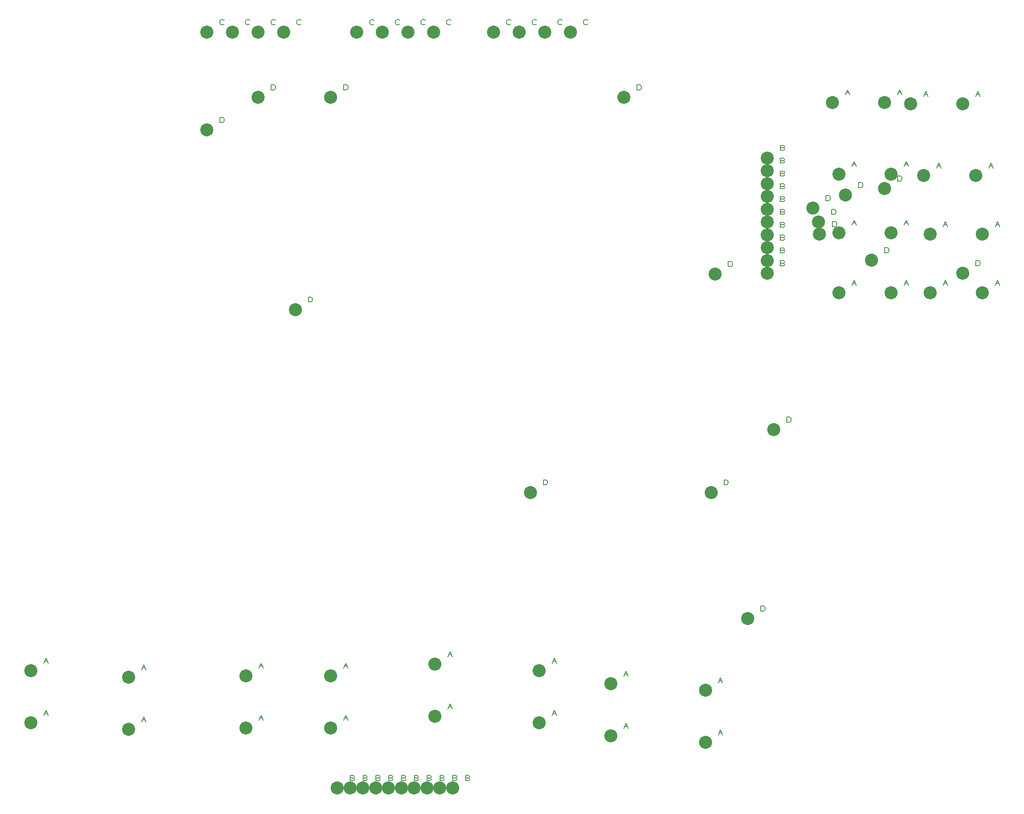
<source format=gbr>
G04 EasyPC Gerber Version 21.0.3 Build 4286 *
G04 #@! TF.Part,Single*
G04 #@! TF.FileFunction,Drillmap *
G04 #@! TF.FilePolarity,Positive *
%FSLAX35Y35*%
%MOIN*%
%ADD17C,0.00500*%
G04 #@! TA.AperFunction,ComponentPad*
%ADD16C,0.10000*%
X0Y0D02*
D02*
D16*
X12750Y60250D03*
Y100250D03*
X87750Y55250D03*
Y95250D03*
X147750Y515250D03*
Y590250D03*
X167435D03*
X177750Y56500D03*
Y96500D03*
X187120Y540250D03*
Y590250D03*
X206805D03*
X215624Y377376D03*
X242750Y56500D03*
Y96500D03*
Y540250D03*
X247750Y10250D03*
X257593D03*
X262750Y590250D03*
X267435Y10250D03*
X277278D03*
X282435Y590250D03*
X287120Y10250D03*
X296963D03*
X302120Y590250D03*
X306805Y10250D03*
X316648D03*
X321805Y590250D03*
X322750Y65250D03*
Y105250D03*
X326490Y10250D03*
X336333D03*
X367750Y590250D03*
X387435D03*
X395880Y237120D03*
X402750Y60250D03*
Y100250D03*
X407120Y590250D03*
X426805D03*
X457750Y50250D03*
Y90250D03*
X467750Y540250D03*
X530250Y45250D03*
Y85250D03*
X534620Y237120D03*
X537750Y404620D03*
X562750Y140250D03*
X577750Y405250D03*
Y415093D03*
Y424935D03*
Y434778D03*
Y444620D03*
Y454463D03*
Y464305D03*
Y474148D03*
Y483990D03*
Y493833D03*
X582750Y285250D03*
X612750Y455250D03*
X617120Y444620D03*
X617750Y435250D03*
X627750Y536500D03*
X632750Y390250D03*
Y436500D03*
Y481500D03*
X637750Y465250D03*
X657750Y415250D03*
X667750Y470250D03*
Y536500D03*
X672750Y390250D03*
Y436500D03*
Y481500D03*
X687750Y535250D03*
X697750Y480250D03*
X702750Y390250D03*
Y435250D03*
X727750Y405250D03*
Y535250D03*
X737750Y480250D03*
X742750Y390250D03*
Y435250D03*
D02*
D17*
X22750Y66187D02*
X24313Y69937D01*
X25875Y66187*
X23375Y67750D02*
X25250D01*
X22750Y106187D02*
X24313Y109937D01*
X25875Y106187*
X23375Y107750D02*
X25250D01*
X97750Y61187D02*
X99313Y64937D01*
X100875Y61187*
X98375Y62750D02*
X100250D01*
X97750Y101187D02*
X99313Y104937D01*
X100875Y101187*
X98375Y102750D02*
X100250D01*
X157750Y521187D02*
Y524937D01*
X159625*
X160250Y524625*
X160563Y524313*
X160875Y523687*
Y522437*
X160563Y521813*
X160250Y521500*
X159625Y521187*
X157750*
X160875Y596813D02*
X160563Y596500D01*
X159937Y596187*
X159000*
X158375Y596500*
X158063Y596813*
X157750Y597437*
Y598687*
X158063Y599313*
X158375Y599625*
X159000Y599937*
X159937*
X160563Y599625*
X160875Y599313*
X180560Y596813D02*
X180248Y596500D01*
X179622Y596187*
X178685*
X178060Y596500*
X177748Y596813*
X177435Y597437*
Y598687*
X177748Y599313*
X178060Y599625*
X178685Y599937*
X179622*
X180248Y599625*
X180560Y599313*
X187750Y62437D02*
X189313Y66187D01*
X190875Y62437*
X188375Y64000D02*
X190250D01*
X187750Y102437D02*
X189313Y106187D01*
X190875Y102437*
X188375Y104000D02*
X190250D01*
X197120Y546187D02*
Y549937D01*
X198995*
X199620Y549625*
X199933Y549313*
X200245Y548687*
Y547437*
X199933Y546813*
X199620Y546500*
X198995Y546187*
X197120*
X200245Y596813D02*
X199933Y596500D01*
X199307Y596187*
X198370*
X197745Y596500*
X197433Y596813*
X197120Y597437*
Y598687*
X197433Y599313*
X197745Y599625*
X198370Y599937*
X199307*
X199933Y599625*
X200245Y599313*
X219930Y596813D02*
X219618Y596500D01*
X218993Y596187*
X218055*
X217430Y596500*
X217118Y596813*
X216805Y597437*
Y598687*
X217118Y599313*
X217430Y599625*
X218055Y599937*
X218993*
X219618Y599625*
X219930Y599313*
X225624Y383313D02*
Y387063D01*
X227499*
X228124Y386751*
X228437Y386439*
X228749Y385813*
Y384563*
X228437Y383939*
X228124Y383626*
X227499Y383313*
X225624*
X252750Y62437D02*
X254313Y66187D01*
X255875Y62437*
X253375Y64000D02*
X255250D01*
X252750Y102437D02*
X254313Y106187D01*
X255875Y102437*
X253375Y104000D02*
X255250D01*
X252750Y546187D02*
Y549937D01*
X254625*
X255250Y549625*
X255563Y549313*
X255875Y548687*
Y547437*
X255563Y546813*
X255250Y546500*
X254625Y546187*
X252750*
X259937Y18063D02*
X260563Y17750D01*
X260875Y17125*
X260563Y16500*
X259937Y16187*
X257750*
Y19937*
X259937*
X260563Y19625*
X260875Y19000*
X260563Y18375*
X259937Y18063*
X257750*
X269780D02*
X270405Y17750D01*
X270718Y17125*
X270405Y16500*
X269780Y16187*
X267593*
Y19937*
X269780*
X270405Y19625*
X270718Y19000*
X270405Y18375*
X269780Y18063*
X267593*
X275875Y596813D02*
X275563Y596500D01*
X274937Y596187*
X274000*
X273375Y596500*
X273063Y596813*
X272750Y597437*
Y598687*
X273063Y599313*
X273375Y599625*
X274000Y599937*
X274937*
X275563Y599625*
X275875Y599313*
X279622Y18063D02*
X280248Y17750D01*
X280560Y17125*
X280248Y16500*
X279622Y16187*
X277435*
Y19937*
X279622*
X280248Y19625*
X280560Y19000*
X280248Y18375*
X279622Y18063*
X277435*
X289465D02*
X290090Y17750D01*
X290403Y17125*
X290090Y16500*
X289465Y16187*
X287278*
Y19937*
X289465*
X290090Y19625*
X290403Y19000*
X290090Y18375*
X289465Y18063*
X287278*
X295560Y596813D02*
X295248Y596500D01*
X294622Y596187*
X293685*
X293060Y596500*
X292748Y596813*
X292435Y597437*
Y598687*
X292748Y599313*
X293060Y599625*
X293685Y599937*
X294622*
X295248Y599625*
X295560Y599313*
X299307Y18063D02*
X299933Y17750D01*
X300245Y17125*
X299933Y16500*
X299307Y16187*
X297120*
Y19937*
X299307*
X299933Y19625*
X300245Y19000*
X299933Y18375*
X299307Y18063*
X297120*
X309150D02*
X309775Y17750D01*
X310088Y17125*
X309775Y16500*
X309150Y16187*
X306963*
Y19937*
X309150*
X309775Y19625*
X310088Y19000*
X309775Y18375*
X309150Y18063*
X306963*
X315245Y596813D02*
X314933Y596500D01*
X314307Y596187*
X313370*
X312745Y596500*
X312433Y596813*
X312120Y597437*
Y598687*
X312433Y599313*
X312745Y599625*
X313370Y599937*
X314307*
X314933Y599625*
X315245Y599313*
X318993Y18063D02*
X319618Y17750D01*
X319930Y17125*
X319618Y16500*
X318993Y16187*
X316805*
Y19937*
X318993*
X319618Y19625*
X319930Y19000*
X319618Y18375*
X318993Y18063*
X316805*
X328835D02*
X329460Y17750D01*
X329773Y17125*
X329460Y16500*
X328835Y16187*
X326648*
Y19937*
X328835*
X329460Y19625*
X329773Y19000*
X329460Y18375*
X328835Y18063*
X326648*
X334930Y596813D02*
X334618Y596500D01*
X333993Y596187*
X333055*
X332430Y596500*
X332118Y596813*
X331805Y597437*
Y598687*
X332118Y599313*
X332430Y599625*
X333055Y599937*
X333993*
X334618Y599625*
X334930Y599313*
X332750Y71187D02*
X334313Y74937D01*
X335875Y71187*
X333375Y72750D02*
X335250D01*
X332750Y111187D02*
X334313Y114937D01*
X335875Y111187*
X333375Y112750D02*
X335250D01*
X338678Y18063D02*
X339303Y17750D01*
X339615Y17125*
X339303Y16500*
X338678Y16187*
X336490*
Y19937*
X338678*
X339303Y19625*
X339615Y19000*
X339303Y18375*
X338678Y18063*
X336490*
X348520D02*
X349145Y17750D01*
X349458Y17125*
X349145Y16500*
X348520Y16187*
X346333*
Y19937*
X348520*
X349145Y19625*
X349458Y19000*
X349145Y18375*
X348520Y18063*
X346333*
X380875Y596813D02*
X380563Y596500D01*
X379937Y596187*
X379000*
X378375Y596500*
X378063Y596813*
X377750Y597437*
Y598687*
X378063Y599313*
X378375Y599625*
X379000Y599937*
X379937*
X380563Y599625*
X380875Y599313*
X400560Y596813D02*
X400248Y596500D01*
X399622Y596187*
X398685*
X398060Y596500*
X397748Y596813*
X397435Y597437*
Y598687*
X397748Y599313*
X398060Y599625*
X398685Y599937*
X399622*
X400248Y599625*
X400560Y599313*
X405880Y243057D02*
Y246807D01*
X407755*
X408380Y246495*
X408693Y246183*
X409005Y245557*
Y244307*
X408693Y243683*
X408380Y243370*
X407755Y243057*
X405880*
X412750Y66187D02*
X414313Y69937D01*
X415875Y66187*
X413375Y67750D02*
X415250D01*
X412750Y106187D02*
X414313Y109937D01*
X415875Y106187*
X413375Y107750D02*
X415250D01*
X420245Y596813D02*
X419933Y596500D01*
X419307Y596187*
X418370*
X417745Y596500*
X417433Y596813*
X417120Y597437*
Y598687*
X417433Y599313*
X417745Y599625*
X418370Y599937*
X419307*
X419933Y599625*
X420245Y599313*
X439930Y596813D02*
X439618Y596500D01*
X438993Y596187*
X438055*
X437430Y596500*
X437118Y596813*
X436805Y597437*
Y598687*
X437118Y599313*
X437430Y599625*
X438055Y599937*
X438993*
X439618Y599625*
X439930Y599313*
X467750Y56187D02*
X469313Y59937D01*
X470875Y56187*
X468375Y57750D02*
X470250D01*
X467750Y96187D02*
X469313Y99937D01*
X470875Y96187*
X468375Y97750D02*
X470250D01*
X477750Y546187D02*
Y549937D01*
X479625*
X480250Y549625*
X480563Y549313*
X480875Y548687*
Y547437*
X480563Y546813*
X480250Y546500*
X479625Y546187*
X477750*
X540250Y51187D02*
X541813Y54937D01*
X543375Y51187*
X540875Y52750D02*
X542750D01*
X540250Y91187D02*
X541813Y94937D01*
X543375Y91187*
X540875Y92750D02*
X542750D01*
X544620Y243057D02*
Y246807D01*
X546495*
X547120Y246495*
X547433Y246183*
X547745Y245557*
Y244307*
X547433Y243683*
X547120Y243370*
X546495Y243057*
X544620*
X547750Y410557D02*
Y414307D01*
X549625*
X550250Y413995*
X550563Y413683*
X550875Y413057*
Y411807*
X550563Y411183*
X550250Y410870*
X549625Y410557*
X547750*
X572750Y146187D02*
Y149937D01*
X574625*
X575250Y149625*
X575563Y149313*
X575875Y148687*
Y147437*
X575563Y146813*
X575250Y146500*
X574625Y146187*
X572750*
X589937Y413063D02*
X590563Y412750D01*
X590875Y412125*
X590563Y411500*
X589937Y411187*
X587750*
Y414937*
X589937*
X590563Y414625*
X590875Y414000*
X590563Y413375*
X589937Y413063*
X587750*
X589937Y422905D02*
X590563Y422593D01*
X590875Y421968*
X590563Y421343*
X589937Y421030*
X587750*
Y424780*
X589937*
X590563Y424468*
X590875Y423843*
X590563Y423218*
X589937Y422905*
X587750*
X589937Y432748D02*
X590563Y432435D01*
X590875Y431810*
X590563Y431185*
X589937Y430872*
X587750*
Y434622*
X589937*
X590563Y434310*
X590875Y433685*
X590563Y433060*
X589937Y432748*
X587750*
X589937Y442590D02*
X590563Y442278D01*
X590875Y441653*
X590563Y441028*
X589937Y440715*
X587750*
Y444465*
X589937*
X590563Y444153*
X590875Y443528*
X590563Y442903*
X589937Y442590*
X587750*
X589937Y452433D02*
X590563Y452120D01*
X590875Y451495*
X590563Y450870*
X589937Y450557*
X587750*
Y454307*
X589937*
X590563Y453995*
X590875Y453370*
X590563Y452745*
X589937Y452433*
X587750*
X589937Y462275D02*
X590563Y461963D01*
X590875Y461338*
X590563Y460713*
X589937Y460400*
X587750*
Y464150*
X589937*
X590563Y463838*
X590875Y463213*
X590563Y462588*
X589937Y462275*
X587750*
X589937Y472118D02*
X590563Y471805D01*
X590875Y471180*
X590563Y470555*
X589937Y470243*
X587750*
Y473993*
X589937*
X590563Y473680*
X590875Y473055*
X590563Y472430*
X589937Y472118*
X587750*
X589937Y481960D02*
X590563Y481648D01*
X590875Y481023*
X590563Y480398*
X589937Y480085*
X587750*
Y483835*
X589937*
X590563Y483523*
X590875Y482898*
X590563Y482273*
X589937Y481960*
X587750*
X589937Y491803D02*
X590563Y491490D01*
X590875Y490865*
X590563Y490240*
X589937Y489928*
X587750*
Y493678*
X589937*
X590563Y493365*
X590875Y492740*
X590563Y492115*
X589937Y491803*
X587750*
X589937Y501645D02*
X590563Y501333D01*
X590875Y500708*
X590563Y500083*
X589937Y499770*
X587750*
Y503520*
X589937*
X590563Y503208*
X590875Y502583*
X590563Y501958*
X589937Y501645*
X587750*
X592750Y291187D02*
Y294937D01*
X594625*
X595250Y294625*
X595563Y294313*
X595875Y293687*
Y292437*
X595563Y291813*
X595250Y291500*
X594625Y291187*
X592750*
X622750Y461187D02*
Y464937D01*
X624625*
X625250Y464625*
X625563Y464313*
X625875Y463687*
Y462437*
X625563Y461813*
X625250Y461500*
X624625Y461187*
X622750*
X627120Y450557D02*
Y454307D01*
X628995*
X629620Y453995*
X629933Y453683*
X630245Y453057*
Y451807*
X629933Y451183*
X629620Y450870*
X628995Y450557*
X627120*
X627750Y441187D02*
Y444937D01*
X629625*
X630250Y444625*
X630563Y444313*
X630875Y443687*
Y442437*
X630563Y441813*
X630250Y441500*
X629625Y441187*
X627750*
X637750Y542437D02*
X639313Y546187D01*
X640875Y542437*
X638375Y544000D02*
X640250D01*
X642750Y396187D02*
X644313Y399937D01*
X645875Y396187*
X643375Y397750D02*
X645250D01*
X642750Y442437D02*
X644313Y446187D01*
X645875Y442437*
X643375Y444000D02*
X645250D01*
X642750Y487437D02*
X644313Y491187D01*
X645875Y487437*
X643375Y489000D02*
X645250D01*
X647750Y471187D02*
Y474937D01*
X649625*
X650250Y474625*
X650563Y474313*
X650875Y473687*
Y472437*
X650563Y471813*
X650250Y471500*
X649625Y471187*
X647750*
X667750Y421187D02*
Y424937D01*
X669625*
X670250Y424625*
X670563Y424313*
X670875Y423687*
Y422437*
X670563Y421813*
X670250Y421500*
X669625Y421187*
X667750*
X677750Y476187D02*
Y479937D01*
X679625*
X680250Y479625*
X680563Y479313*
X680875Y478687*
Y477437*
X680563Y476813*
X680250Y476500*
X679625Y476187*
X677750*
Y542437D02*
X679313Y546187D01*
X680875Y542437*
X678375Y544000D02*
X680250D01*
X682750Y396187D02*
X684313Y399937D01*
X685875Y396187*
X683375Y397750D02*
X685250D01*
X682750Y442437D02*
X684313Y446187D01*
X685875Y442437*
X683375Y444000D02*
X685250D01*
X682750Y487437D02*
X684313Y491187D01*
X685875Y487437*
X683375Y489000D02*
X685250D01*
X697750Y541187D02*
X699313Y544937D01*
X700875Y541187*
X698375Y542750D02*
X700250D01*
X707750Y486187D02*
X709313Y489937D01*
X710875Y486187*
X708375Y487750D02*
X710250D01*
X712750Y396187D02*
X714313Y399937D01*
X715875Y396187*
X713375Y397750D02*
X715250D01*
X712750Y441187D02*
X714313Y444937D01*
X715875Y441187*
X713375Y442750D02*
X715250D01*
X737750Y411187D02*
Y414937D01*
X739625*
X740250Y414625*
X740563Y414313*
X740875Y413687*
Y412437*
X740563Y411813*
X740250Y411500*
X739625Y411187*
X737750*
Y541187D02*
X739313Y544937D01*
X740875Y541187*
X738375Y542750D02*
X740250D01*
X747750Y486187D02*
X749313Y489937D01*
X750875Y486187*
X748375Y487750D02*
X750250D01*
X752750Y396187D02*
X754313Y399937D01*
X755875Y396187*
X753375Y397750D02*
X755250D01*
X752750Y441187D02*
X754313Y444937D01*
X755875Y441187*
X753375Y442750D02*
X755250D01*
X0Y0D02*
M02*

</source>
